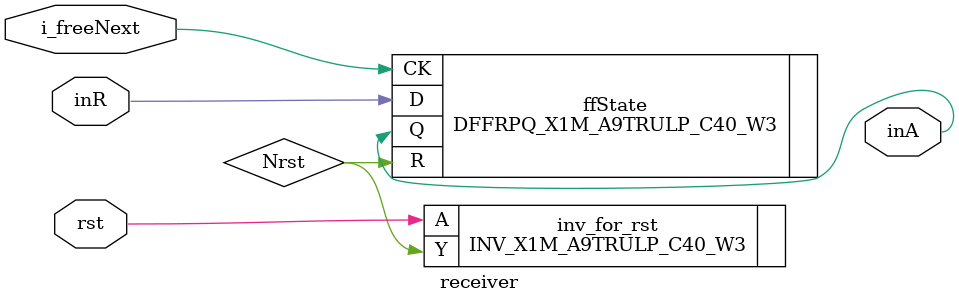
<source format=v>
`timescale 1ns / 1ps

module receiver(inR, inA, i_freeNext, rst);

input inR, i_freeNext, rst;
wire outR, outA;
output inA;

// UMC 110nm
// DFQRM2HM ffState ( .D(inR), .CK(i_freeNext), .RB(!rst), .Q(inA) );

// UMC 40nm
wire Nrst;
INV_X1M_A9TRULP_C40_W3 inv_for_rst ( .A(rst), .Y(Nrst) );
DFFRPQ_X1M_A9TRULP_C40_W3 ffState ( .D(inR), .CK(i_freeNext), .R(Nrst), .Q(inA) );

endmodule


</source>
